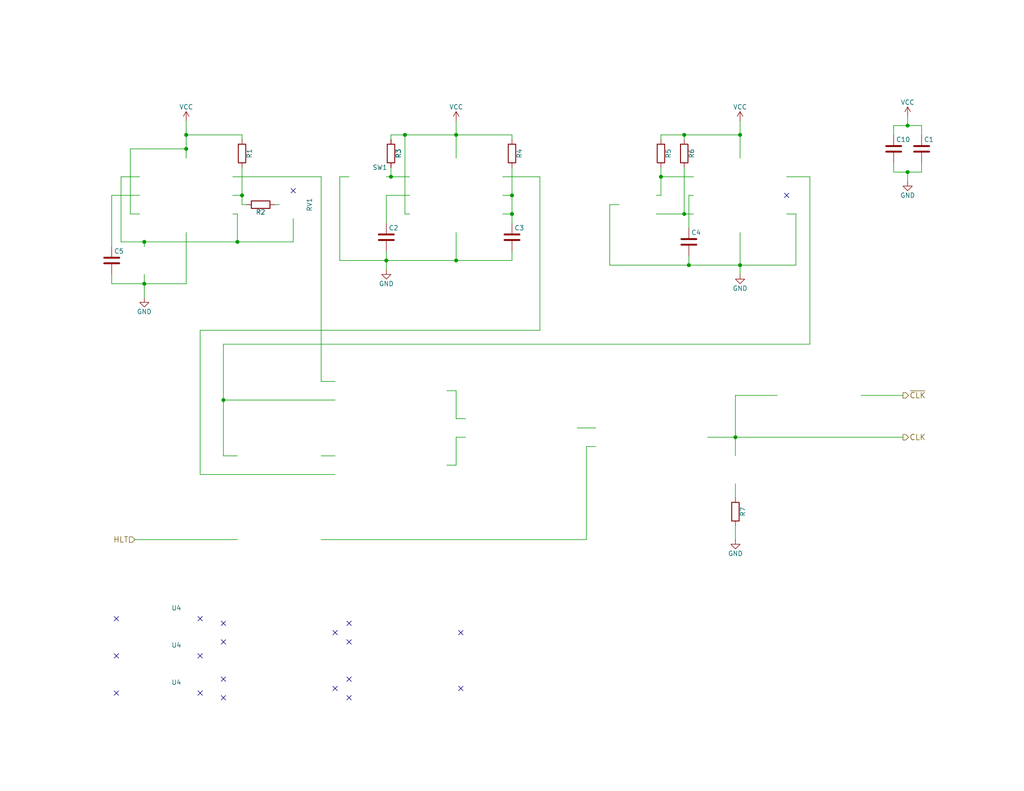
<source format=kicad_sch>
(kicad_sch (version 20211123) (generator eeschema)
  (paper "USLetter")
  (lib_symbols
    (symbol "Device:C" (pin_numbers hide) (pin_names (offset 0.254))
      (property "Reference" "C" (at 0.635 2.54 0))
      (property "Value" "C" (at 0.635 -2.54 0))
      (symbol "C_0_1"
        (polyline (pts (xy -2.032 -0.762) (xy 2.032 -0.762)) (stroke (width 0.508)))
        (polyline (pts (xy -2.032 0.762) (xy 2.032 0.762)) (stroke (width 0.508)))
      )
      (symbol "C_1_1"
        (pin passive line (at 0 3.81 270) (length 2.794) (name "~") (number "1"))
        (pin passive line (at 0 -3.81 90) (length 2.794) (name "~") (number "2"))
      )
    )
    (symbol "Device:R" (pin_numbers hide) (pin_names (offset 0))
      (property "Reference" "R" (at 2.032 0 90))
      (property "Value" "R" (at 0 0 90))
      (symbol "R_0_1"
        (rectangle (start -1.016 -2.54) (end 1.016 2.54) (stroke (width 0.254)))
      )
      (symbol "R_1_1"
        (pin passive line (at 0 3.81 270) (length 1.27) (name "~") (number "1"))
        (pin passive line (at 0 -3.81 90) (length 1.27) (name "~") (number "2"))
      )
    )
    (symbol "power:GND" (power) (pin_names (offset 0))
      (property "Value" "GND" (at 0 -3.81 0))
      (symbol "GND_0_1"
        (polyline (pts (xy 0 0) (xy 0 -1.27) (xy 1.27 -1.27) (xy 0 -2.54) (xy -1.27 -1.27) (xy 0 -1.27)))
      )
      (symbol "GND_1_1"
        (pin power_in line (at 0 0 270) (length 0) hide (name "GND") (number "1"))
      )
    )
    (symbol "power:VCC" (power) (pin_names (offset 0))
      (property "Value" "VCC" (at 0 3.81 0))
      (symbol "VCC_0_1"
        (polyline (pts (xy -0.762 1.27) (xy 0 2.54)))
        (polyline (pts (xy 0 0) (xy 0 2.54)))
        (polyline (pts (xy 0 2.54) (xy 0.762 1.27)))
      )
      (symbol "VCC_1_1"
        (pin power_in line (at 0 0 90) (length 0) hide (name "VCC") (number "1"))
      )
    )
  )
  (junction (at 247.65 46.99))
  (junction (at 201.93 72.39))
  (junction (at 106.68 48.26))
  (junction (at 39.37 66.04))
  (junction (at 186.69 58.42))
  (junction (at 139.7 53.34))
  (junction (at 124.46 71.12))
  (junction (at 180.34 48.26))
  (junction (at 139.7 58.42))
  (junction (at 200.66 119.38))
  (junction (at 60.96 109.22))
  (junction (at 66.04 53.34))
  (junction (at 187.96 72.39))
  (junction (at 50.8 36.83))
  (junction (at 105.41 71.12))
  (junction (at 186.69 36.83))
  (junction (at 247.65 34.29))
  (junction (at 201.93 36.83))
  (junction (at 64.77 66.04))
  (junction (at 50.8 40.64))
  (junction (at 39.37 77.47))
  (junction (at 124.46 36.83))
  (junction (at 110.49 36.83))
  (no_connect (at 95.25 185.42))
  (no_connect (at 91.44 187.96))
  (no_connect (at 95.25 170.18))
  (no_connect (at 31.75 168.91))
  (no_connect (at 80.01 52.07))
  (no_connect (at 54.61 168.91))
  (no_connect (at 60.96 185.42))
  (no_connect (at 60.96 190.5))
  (no_connect (at 95.25 190.5))
  (no_connect (at 91.44 172.72))
  (no_connect (at 125.73 172.72))
  (no_connect (at 214.63 53.34))
  (no_connect (at 31.75 179.07))
  (no_connect (at 60.96 175.26))
  (no_connect (at 95.25 175.26))
  (no_connect (at 54.61 189.23))
  (no_connect (at 54.61 179.07))
  (no_connect (at 60.96 170.18))
  (no_connect (at 125.73 187.96))
  (no_connect (at 31.75 189.23))
  (wire (pts (xy 247.65 46.99) (xy 251.46 46.99)))
  (wire (pts (xy 139.7 58.42) (xy 139.7 60.96)))
  (wire (pts (xy 39.37 66.04) (xy 64.77 66.04)))
  (wire (pts (xy 64.77 66.04) (xy 80.01 66.04)))
  (wire (pts (xy 201.93 72.39) (xy 201.93 74.93)))
  (wire (pts (xy 201.93 72.39) (xy 217.17 72.39)))
  (wire (pts (xy 66.04 53.34) (xy 66.04 55.88)))
  (wire (pts (xy 33.02 48.26) (xy 33.02 66.04)))
  (wire (pts (xy 200.66 107.95) (xy 212.09 107.95)))
  (wire (pts (xy 180.34 53.34) (xy 179.07 53.34)))
  (wire (pts (xy 187.96 72.39) (xy 201.93 72.39)))
  (wire (pts (xy 124.46 36.83) (xy 139.7 36.83)))
  (wire (pts (xy 39.37 77.47) (xy 39.37 81.28)))
  (wire (pts (xy 186.69 58.42) (xy 189.23 58.42)))
  (wire (pts (xy 124.46 106.68) (xy 124.46 114.3)))
  (wire (pts (xy 189.23 53.34) (xy 187.96 53.34)))
  (wire (pts (xy 35.56 58.42) (xy 35.56 40.64)))
  (wire (pts (xy 54.61 90.17) (xy 54.61 129.54)))
  (wire (pts (xy 106.68 36.83) (xy 110.49 36.83)))
  (wire (pts (xy 105.41 53.34) (xy 105.41 60.96)))
  (wire (pts (xy 200.66 147.32) (xy 200.66 143.51)))
  (wire (pts (xy 60.96 124.46) (xy 64.77 124.46)))
  (wire (pts (xy 60.96 93.98) (xy 60.96 109.22)))
  (wire (pts (xy 186.69 45.72) (xy 186.69 58.42)))
  (wire (pts (xy 246.38 107.95) (xy 234.95 107.95)))
  (wire (pts (xy 251.46 34.29) (xy 251.46 36.83)))
  (wire (pts (xy 251.46 44.45) (xy 251.46 46.99)))
  (wire (pts (xy 80.01 66.04) (xy 80.01 59.69)))
  (wire (pts (xy 200.66 119.38) (xy 246.38 119.38)))
  (wire (pts (xy 220.98 93.98) (xy 220.98 48.26)))
  (wire (pts (xy 200.66 119.38) (xy 200.66 124.46)))
  (wire (pts (xy 166.37 72.39) (xy 187.96 72.39)))
  (wire (pts (xy 63.5 53.34) (xy 66.04 53.34)))
  (wire (pts (xy 180.34 48.26) (xy 189.23 48.26)))
  (wire (pts (xy 87.63 104.14) (xy 91.44 104.14)))
  (wire (pts (xy 180.34 48.26) (xy 180.34 53.34)))
  (wire (pts (xy 180.34 36.83) (xy 186.69 36.83)))
  (wire (pts (xy 64.77 58.42) (xy 63.5 58.42)))
  (wire (pts (xy 92.71 48.26) (xy 92.71 71.12)))
  (wire (pts (xy 39.37 66.04) (xy 39.37 67.31)))
  (wire (pts (xy 124.46 33.02) (xy 124.46 36.83)))
  (wire (pts (xy 247.65 34.29) (xy 251.46 34.29)))
  (wire (pts (xy 193.04 119.38) (xy 200.66 119.38)))
  (wire (pts (xy 39.37 77.47) (xy 50.8 77.47)))
  (wire (pts (xy 50.8 36.83) (xy 50.8 40.64)))
  (wire (pts (xy 147.32 90.17) (xy 54.61 90.17)))
  (wire (pts (xy 35.56 40.64) (xy 50.8 40.64)))
  (wire (pts (xy 92.71 71.12) (xy 105.41 71.12)))
  (wire (pts (xy 38.1 53.34) (xy 30.48 53.34)))
  (wire (pts (xy 160.02 147.32) (xy 160.02 121.92)))
  (wire (pts (xy 201.93 36.83) (xy 201.93 43.18)))
  (wire (pts (xy 30.48 77.47) (xy 39.37 77.47)))
  (wire (pts (xy 30.48 53.34) (xy 30.48 67.31)))
  (wire (pts (xy 87.63 48.26) (xy 87.63 104.14)))
  (wire (pts (xy 111.76 53.34) (xy 105.41 53.34)))
  (wire (pts (xy 160.02 121.92) (xy 162.56 121.92)))
  (wire (pts (xy 124.46 36.83) (xy 124.46 43.18)))
  (wire (pts (xy 106.68 36.83) (xy 106.68 38.1)))
  (wire (pts (xy 124.46 71.12) (xy 124.46 63.5)))
  (wire (pts (xy 127 119.38) (xy 124.46 119.38)))
  (wire (pts (xy 105.41 71.12) (xy 105.41 73.66)))
  (wire (pts (xy 121.92 106.68) (xy 124.46 106.68)))
  (wire (pts (xy 186.69 36.83) (xy 201.93 36.83)))
  (wire (pts (xy 66.04 55.88) (xy 67.31 55.88)))
  (wire (pts (xy 179.07 58.42) (xy 186.69 58.42)))
  (wire (pts (xy 200.66 132.08) (xy 200.66 135.89)))
  (wire (pts (xy 74.93 55.88) (xy 76.2 55.88)))
  (wire (pts (xy 106.68 48.26) (xy 111.76 48.26)))
  (wire (pts (xy 106.68 45.72) (xy 106.68 48.26)))
  (wire (pts (xy 30.48 74.93) (xy 30.48 77.47)))
  (wire (pts (xy 64.77 66.04) (xy 64.77 58.42)))
  (wire (pts (xy 139.7 53.34) (xy 139.7 58.42)))
  (wire (pts (xy 168.91 55.88) (xy 166.37 55.88)))
  (wire (pts (xy 186.69 38.1) (xy 186.69 36.83)))
  (wire (pts (xy 200.66 107.95) (xy 200.66 119.38)))
  (wire (pts (xy 33.02 66.04) (xy 39.37 66.04)))
  (wire (pts (xy 137.16 53.34) (xy 139.7 53.34)))
  (wire (pts (xy 87.63 124.46) (xy 91.44 124.46)))
  (wire (pts (xy 124.46 114.3) (xy 127 114.3)))
  (wire (pts (xy 39.37 74.93) (xy 39.37 77.47)))
  (wire (pts (xy 105.41 68.58) (xy 105.41 71.12)))
  (wire (pts (xy 187.96 69.85) (xy 187.96 72.39)))
  (wire (pts (xy 139.7 71.12) (xy 139.7 68.58)))
  (wire (pts (xy 217.17 72.39) (xy 217.17 58.42)))
  (wire (pts (xy 124.46 127) (xy 121.92 127)))
  (wire (pts (xy 139.7 58.42) (xy 137.16 58.42)))
  (wire (pts (xy 60.96 109.22) (xy 60.96 124.46)))
  (wire (pts (xy 201.93 33.02) (xy 201.93 36.83)))
  (wire (pts (xy 139.7 45.72) (xy 139.7 53.34)))
  (wire (pts (xy 63.5 48.26) (xy 87.63 48.26)))
  (wire (pts (xy 50.8 40.64) (xy 50.8 43.18)))
  (wire (pts (xy 38.1 48.26) (xy 33.02 48.26)))
  (wire (pts (xy 110.49 58.42) (xy 111.76 58.42)))
  (wire (pts (xy 243.84 44.45) (xy 243.84 46.99)))
  (wire (pts (xy 60.96 109.22) (xy 91.44 109.22)))
  (wire (pts (xy 87.63 147.32) (xy 160.02 147.32)))
  (wire (pts (xy 110.49 58.42) (xy 110.49 36.83)))
  (wire (pts (xy 124.46 119.38) (xy 124.46 127)))
  (wire (pts (xy 38.1 58.42) (xy 35.56 58.42)))
  (wire (pts (xy 95.25 48.26) (xy 92.71 48.26)))
  (wire (pts (xy 217.17 58.42) (xy 214.63 58.42)))
  (wire (pts (xy 187.96 53.34) (xy 187.96 62.23)))
  (wire (pts (xy 157.48 116.84) (xy 162.56 116.84)))
  (wire (pts (xy 50.8 77.47) (xy 50.8 63.5)))
  (wire (pts (xy 139.7 36.83) (xy 139.7 38.1)))
  (wire (pts (xy 50.8 33.02) (xy 50.8 36.83)))
  (wire (pts (xy 110.49 36.83) (xy 124.46 36.83)))
  (wire (pts (xy 147.32 48.26) (xy 147.32 90.17)))
  (wire (pts (xy 54.61 129.54) (xy 91.44 129.54)))
  (wire (pts (xy 247.65 49.53) (xy 247.65 46.99)))
  (wire (pts (xy 105.41 48.26) (xy 106.68 48.26)))
  (wire (pts (xy 66.04 45.72) (xy 66.04 53.34)))
  (wire (pts (xy 124.46 71.12) (xy 139.7 71.12)))
  (wire (pts (xy 201.93 63.5) (xy 201.93 72.39)))
  (wire (pts (xy 243.84 34.29) (xy 247.65 34.29)))
  (wire (pts (xy 243.84 36.83) (xy 243.84 34.29)))
  (wire (pts (xy 36.83 147.32) (xy 64.77 147.32)))
  (wire (pts (xy 66.04 38.1) (xy 66.04 36.83)))
  (wire (pts (xy 60.96 93.98) (xy 220.98 93.98)))
  (wire (pts (xy 247.65 34.29) (xy 247.65 31.75)))
  (wire (pts (xy 66.04 36.83) (xy 50.8 36.83)))
  (wire (pts (xy 180.34 45.72) (xy 180.34 48.26)))
  (wire (pts (xy 166.37 55.88) (xy 166.37 72.39)))
  (wire (pts (xy 137.16 48.26) (xy 147.32 48.26)))
  (wire (pts (xy 243.84 46.99) (xy 247.65 46.99)))
  (wire (pts (xy 180.34 38.1) (xy 180.34 36.83)))
  (wire (pts (xy 105.41 71.12) (xy 124.46 71.12)))
  (wire (pts (xy 220.98 48.26) (xy 214.63 48.26)))
  (hierarchical_label "CLK" (shape output) (at 246.38 119.38 0) (effects (font (size 1.524 1.524))))
  (hierarchical_label "~{CLK}" (shape output) (at 246.38 107.95 0) (effects (font (size 1.524 1.524))))
  (hierarchical_label "HLT" (shape input) (at 36.83 147.32 180) (effects (font (size 1.524 1.524))))
  (symbol (lib_id "8bit-computer-rescue:LM555") (at 50.8 53.34 0) (unit 1)
    (property "Reference" "U1" (at 40.64 44.45 0) (effects (justify left)))
  )
  (symbol (lib_id "Device:R") (at 66.04 41.91 0) (unit 1)
    (property "Reference" "R1" (at 68.072 41.91 90))
  )
  (symbol (lib_id "Device:R") (at 106.68 41.91 0) (unit 1)
    (property "Reference" "R3" (at 108.712 41.91 90))
  )
  (symbol (lib_id "Device:R") (at 186.69 41.91 0) (unit 1)
    (property "Reference" "R6" (at 188.722 41.91 90))
  )
  (symbol (lib_id "Device:R") (at 180.34 41.91 0) (unit 1)
    (property "Reference" "R5" (at 182.372 41.91 90))
  )
  (symbol (lib_id "Device:R") (at 139.7 41.91 0) (unit 1)
    (property "Reference" "R4" (at 141.732 41.91 90))
  )
  (symbol (lib_id "8bit-computer-rescue:POT") (at 80.01 55.88 180) (unit 1)
    (property "Reference" "RV1" (at 84.455 55.88 90))
  )
  (symbol (lib_id "Device:C") (at 30.48 71.12 0) (unit 1)
    (property "Reference" "C5" (at 31.115 68.58 0) (effects (justify left)))
  )
  (symbol (lib_id "Device:C") (at 105.41 64.77 0) (unit 1)
    (property "Reference" "C2" (at 106.045 62.23 0) (effects (justify left)))
  )
  (symbol (lib_id "Device:C") (at 187.96 66.04 0) (unit 1)
    (property "Reference" "C4" (at 188.595 63.5 0) (effects (justify left)))
  )
  (symbol (lib_id "Device:C") (at 139.7 64.77 0) (unit 1)
    (property "Reference" "C3" (at 140.335 62.23 0) (effects (justify left)))
  )
  (symbol (lib_id "Device:C") (at 251.46 40.64 0) (unit 1)
    (property "Reference" "C1" (at 252.095 38.1 0) (effects (justify left)))
  )
  (symbol (lib_id "Device:CP1") (at 39.37 71.12 0) (unit 1)
    (property "Reference" "C6" (at 40.005 68.58 0) (effects (justify left)))
  )
  (symbol (lib_id "8bit-computer-rescue:LM555") (at 201.93 53.34 0) (unit 1)
    (property "Reference" "U3" (at 191.77 44.45 0) (effects (justify left)))
  )
  (symbol (lib_id "8bit-computer-rescue:LM555") (at 124.46 53.34 0) (unit 1)
    (property "Reference" "U2" (at 114.3 44.45 0) (effects (justify left)))
  )
  (symbol (lib_id "8bit-computer-rescue:74LS04") (at 76.2 124.46 0) (unit 1)
    (property "Reference" "U4" (at 81.153 121.539 0))
  )
  (symbol (lib_id "8bit-computer-rescue:74LS08") (at 106.68 106.68 0) (unit 1)
    (property "Reference" "U5" (at 106.68 105.41 0))
  )
  (symbol (lib_id "8bit-computer-rescue:74LS32") (at 142.24 116.84 0) (unit 1)
    (property "Reference" "U6" (at 142.24 115.57 0))
  )
  (symbol (lib_id "8bit-computer-rescue:SW_SPDT") (at 173.99 55.88 0) (unit 1)
    (property "Reference" "SW2" (at 173.99 51.562 0))
  )
  (symbol (lib_id "8bit-computer-rescue:SW_Push") (at 100.33 48.26 0) (unit 1)
    (property "Reference" "SW1" (at 101.6 45.72 0) (effects (justify left)))
  )
  (symbol (lib_id "Device:LED_ALT") (at 200.66 128.27 90) (unit 1)
    (property "Reference" "D1" (at 198.12 128.27 0))
  )
  (symbol (lib_id "Device:R") (at 200.66 139.7 0) (unit 1)
    (property "Reference" "R7" (at 202.692 139.7 90))
  )
  (symbol (lib_id "power:GND") (at 39.37 81.28 0) (unit 1)
    (property "Reference" "#PWR05" (effects hide))
  )
  (symbol (lib_id "power:GND") (at 105.41 73.66 0) (unit 1)
    (property "Reference" "#PWR06" (effects hide))
  )
  (symbol (lib_id "power:GND") (at 201.93 74.93 0) (unit 1)
    (property "Reference" "#PWR07" (effects hide))
  )
  (symbol (lib_id "8bit-computer-rescue:74LS08") (at 106.68 127 0) (unit 2)
    (property "Reference" "U5" (at 106.68 125.73 0))
  )
  (symbol (lib_id "8bit-computer-rescue:74LS08") (at 177.8 119.38 0) (unit 3)
    (property "Reference" "U5" (at 177.8 118.11 0))
  )
  (symbol (lib_id "8bit-computer-rescue:74LS04") (at 76.2 147.32 0) (unit 4)
    (property "Reference" "U4" (at 81.153 144.399 0))
  )
  (symbol (lib_id "8bit-computer-rescue:74LS04") (at 223.52 107.95 0) (unit 6)
    (property "Reference" "U4" (at 228.473 105.029 0))
  )
  (symbol (lib_id "power:GND") (at 200.66 147.32 0) (unit 1)
    (property "Reference" "#PWR08" (effects hide))
  )
  (symbol (lib_id "power:GND") (at 247.65 49.53 0) (unit 1)
    (property "Reference" "#PWR09" (effects hide))
  )
  (symbol (lib_id "8bit-computer-rescue:74LS04") (at 43.18 168.91 0) (unit 2)
    (property "Reference" "U4" (at 48.133 165.989 0))
  )
  (symbol (lib_id "8bit-computer-rescue:74LS04") (at 43.18 179.07 0) (unit 3)
    (property "Reference" "U4" (at 48.133 176.149 0))
  )
  (symbol (lib_id "8bit-computer-rescue:74LS04") (at 43.18 189.23 0) (unit 5)
    (property "Reference" "U4" (at 48.133 186.309 0))
  )
  (symbol (lib_id "8bit-computer-rescue:74LS08") (at 76.2 172.72 0) (unit 4)
    (property "Reference" "U5" (at 76.2 171.45 0))
  )
  (symbol (lib_id "8bit-computer-rescue:74LS32") (at 76.2 187.96 0) (unit 2)
    (property "Reference" "U6" (at 76.2 186.69 0))
  )
  (symbol (lib_id "8bit-computer-rescue:74LS32") (at 110.49 172.72 0) (unit 3)
    (property "Reference" "U6" (at 110.49 171.45 0))
  )
  (symbol (lib_id "8bit-computer-rescue:74LS32") (at 110.49 187.96 0) (unit 4)
    (property "Reference" "U6" (at 110.49 186.69 0))
  )
  (symbol (lib_id "power:VCC") (at 50.8 33.02 0) (unit 1)
    (property "Reference" "#PWR010" (effects hide))
  )
  (symbol (lib_id "power:VCC") (at 124.46 33.02 0) (unit 1)
    (property "Reference" "#PWR011" (effects hide))
  )
  (symbol (lib_id "power:VCC") (at 201.93 33.02 0) (unit 1)
    (property "Reference" "#PWR012" (effects hide))
  )
  (symbol (lib_id "power:VCC") (at 247.65 31.75 0) (unit 1)
    (property "Reference" "#PWR013" (effects hide))
  )
  (symbol (lib_id "Device:R") (at 71.12 55.88 270) (unit 1)
    (property "Reference" "R2" (at 71.12 57.912 90))
  )
  (symbol (lib_id "Device:C") (at 243.84 40.64 0) (unit 1)
    (property "Reference" "C10" (at 244.475 38.1 0) (effects (justify left)))
  )
)
</source>
